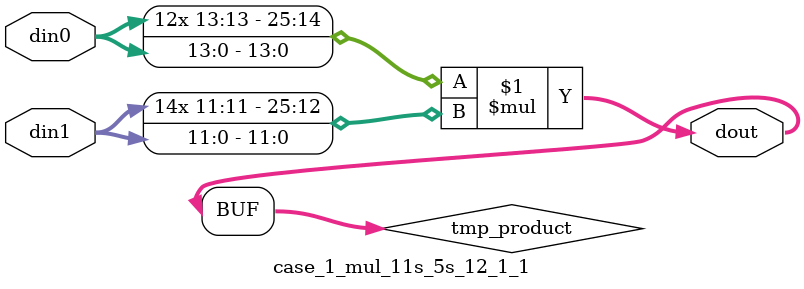
<source format=v>

`timescale 1 ns / 1 ps

 module case_1_mul_11s_5s_12_1_1(din0, din1, dout);
parameter ID = 1;
parameter NUM_STAGE = 0;
parameter din0_WIDTH = 14;
parameter din1_WIDTH = 12;
parameter dout_WIDTH = 26;

input [din0_WIDTH - 1 : 0] din0; 
input [din1_WIDTH - 1 : 0] din1; 
output [dout_WIDTH - 1 : 0] dout;

wire signed [dout_WIDTH - 1 : 0] tmp_product;



























assign tmp_product = $signed(din0) * $signed(din1);








assign dout = tmp_product;





















endmodule

</source>
